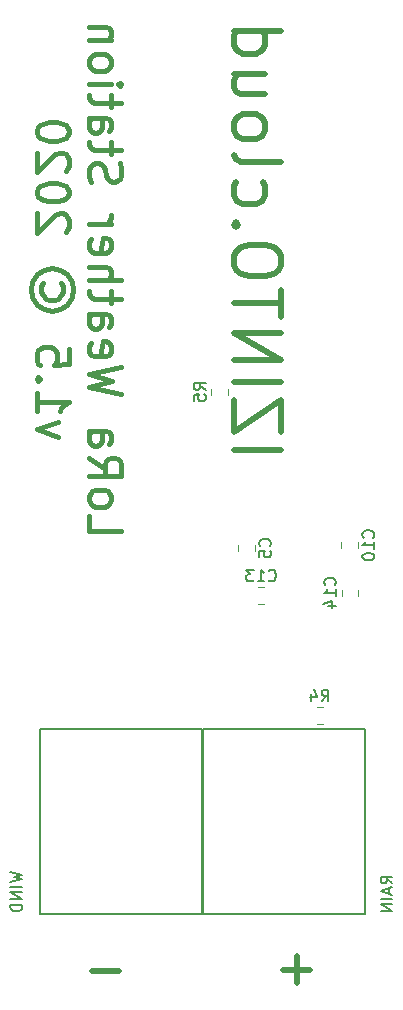
<source format=gbo>
G04 #@! TF.GenerationSoftware,KiCad,Pcbnew,5.1.6-c6e7f7d~87~ubuntu20.04.1*
G04 #@! TF.CreationDate,2020-07-20T11:44:09+02:00*
G04 #@! TF.ProjectId,weerstasie,77656572-7374-4617-9369-652e6b696361,rev?*
G04 #@! TF.SameCoordinates,Original*
G04 #@! TF.FileFunction,Legend,Bot*
G04 #@! TF.FilePolarity,Positive*
%FSLAX46Y46*%
G04 Gerber Fmt 4.6, Leading zero omitted, Abs format (unit mm)*
G04 Created by KiCad (PCBNEW 5.1.6-c6e7f7d~87~ubuntu20.04.1) date 2020-07-20 11:44:09*
%MOMM*%
%LPD*%
G01*
G04 APERTURE LIST*
%ADD10C,0.150000*%
%ADD11C,0.400000*%
%ADD12C,0.500000*%
%ADD13C,0.120000*%
%ADD14C,0.203200*%
G04 APERTURE END LIST*
D10*
X133599180Y-120632647D02*
X133122990Y-120299314D01*
X133599180Y-120061219D02*
X132599180Y-120061219D01*
X132599180Y-120442171D01*
X132646800Y-120537409D01*
X132694419Y-120585028D01*
X132789657Y-120632647D01*
X132932514Y-120632647D01*
X133027752Y-120585028D01*
X133075371Y-120537409D01*
X133122990Y-120442171D01*
X133122990Y-120061219D01*
X133313466Y-121013600D02*
X133313466Y-121489790D01*
X133599180Y-120918361D02*
X132599180Y-121251695D01*
X133599180Y-121585028D01*
X133599180Y-121918361D02*
X132599180Y-121918361D01*
X133599180Y-122394552D02*
X132599180Y-122394552D01*
X133599180Y-122965980D01*
X132599180Y-122965980D01*
X101255580Y-119670723D02*
X102255580Y-119908819D01*
X101541295Y-120099295D01*
X102255580Y-120289771D01*
X101255580Y-120527866D01*
X102255580Y-120908819D02*
X101255580Y-120908819D01*
X102255580Y-121385009D02*
X101255580Y-121385009D01*
X102255580Y-121956438D01*
X101255580Y-121956438D01*
X102255580Y-122432628D02*
X101255580Y-122432628D01*
X101255580Y-122670723D01*
X101303200Y-122813580D01*
X101398438Y-122908819D01*
X101493676Y-122956438D01*
X101684152Y-123004057D01*
X101827009Y-123004057D01*
X102017485Y-122956438D01*
X102112723Y-122908819D01*
X102207961Y-122813580D01*
X102255580Y-122670723D01*
X102255580Y-122432628D01*
D11*
X107937571Y-89500742D02*
X107937571Y-90786457D01*
X110637571Y-90786457D01*
X107937571Y-88215028D02*
X108066142Y-88472171D01*
X108194714Y-88600742D01*
X108451857Y-88729314D01*
X109223285Y-88729314D01*
X109480428Y-88600742D01*
X109609000Y-88472171D01*
X109737571Y-88215028D01*
X109737571Y-87829314D01*
X109609000Y-87572171D01*
X109480428Y-87443600D01*
X109223285Y-87315028D01*
X108451857Y-87315028D01*
X108194714Y-87443600D01*
X108066142Y-87572171D01*
X107937571Y-87829314D01*
X107937571Y-88215028D01*
X107937571Y-84615028D02*
X109223285Y-85515028D01*
X107937571Y-86157885D02*
X110637571Y-86157885D01*
X110637571Y-85129314D01*
X110509000Y-84872171D01*
X110380428Y-84743600D01*
X110123285Y-84615028D01*
X109737571Y-84615028D01*
X109480428Y-84743600D01*
X109351857Y-84872171D01*
X109223285Y-85129314D01*
X109223285Y-86157885D01*
X107937571Y-82300742D02*
X109351857Y-82300742D01*
X109609000Y-82429314D01*
X109737571Y-82686457D01*
X109737571Y-83200742D01*
X109609000Y-83457885D01*
X108066142Y-82300742D02*
X107937571Y-82557885D01*
X107937571Y-83200742D01*
X108066142Y-83457885D01*
X108323285Y-83586457D01*
X108580428Y-83586457D01*
X108837571Y-83457885D01*
X108966142Y-83200742D01*
X108966142Y-82557885D01*
X109094714Y-82300742D01*
X110637571Y-79215028D02*
X107937571Y-78572171D01*
X109866142Y-78057885D01*
X107937571Y-77543600D01*
X110637571Y-76900742D01*
X108066142Y-74843600D02*
X107937571Y-75100742D01*
X107937571Y-75615028D01*
X108066142Y-75872171D01*
X108323285Y-76000742D01*
X109351857Y-76000742D01*
X109609000Y-75872171D01*
X109737571Y-75615028D01*
X109737571Y-75100742D01*
X109609000Y-74843600D01*
X109351857Y-74715028D01*
X109094714Y-74715028D01*
X108837571Y-76000742D01*
X107937571Y-72400742D02*
X109351857Y-72400742D01*
X109609000Y-72529314D01*
X109737571Y-72786457D01*
X109737571Y-73300742D01*
X109609000Y-73557885D01*
X108066142Y-72400742D02*
X107937571Y-72657885D01*
X107937571Y-73300742D01*
X108066142Y-73557885D01*
X108323285Y-73686457D01*
X108580428Y-73686457D01*
X108837571Y-73557885D01*
X108966142Y-73300742D01*
X108966142Y-72657885D01*
X109094714Y-72400742D01*
X109737571Y-71500742D02*
X109737571Y-70472171D01*
X110637571Y-71115028D02*
X108323285Y-71115028D01*
X108066142Y-70986457D01*
X107937571Y-70729314D01*
X107937571Y-70472171D01*
X107937571Y-69572171D02*
X110637571Y-69572171D01*
X107937571Y-68415028D02*
X109351857Y-68415028D01*
X109609000Y-68543600D01*
X109737571Y-68800742D01*
X109737571Y-69186457D01*
X109609000Y-69443600D01*
X109480428Y-69572171D01*
X108066142Y-66100742D02*
X107937571Y-66357885D01*
X107937571Y-66872171D01*
X108066142Y-67129314D01*
X108323285Y-67257885D01*
X109351857Y-67257885D01*
X109609000Y-67129314D01*
X109737571Y-66872171D01*
X109737571Y-66357885D01*
X109609000Y-66100742D01*
X109351857Y-65972171D01*
X109094714Y-65972171D01*
X108837571Y-67257885D01*
X107937571Y-64815028D02*
X109737571Y-64815028D01*
X109223285Y-64815028D02*
X109480428Y-64686457D01*
X109609000Y-64557885D01*
X109737571Y-64300742D01*
X109737571Y-64043600D01*
X108066142Y-61215028D02*
X107937571Y-60829314D01*
X107937571Y-60186457D01*
X108066142Y-59929314D01*
X108194714Y-59800742D01*
X108451857Y-59672171D01*
X108709000Y-59672171D01*
X108966142Y-59800742D01*
X109094714Y-59929314D01*
X109223285Y-60186457D01*
X109351857Y-60700742D01*
X109480428Y-60957885D01*
X109609000Y-61086457D01*
X109866142Y-61215028D01*
X110123285Y-61215028D01*
X110380428Y-61086457D01*
X110509000Y-60957885D01*
X110637571Y-60700742D01*
X110637571Y-60057885D01*
X110509000Y-59672171D01*
X109737571Y-58900742D02*
X109737571Y-57872171D01*
X110637571Y-58515028D02*
X108323285Y-58515028D01*
X108066142Y-58386457D01*
X107937571Y-58129314D01*
X107937571Y-57872171D01*
X107937571Y-55815028D02*
X109351857Y-55815028D01*
X109609000Y-55943600D01*
X109737571Y-56200742D01*
X109737571Y-56715028D01*
X109609000Y-56972171D01*
X108066142Y-55815028D02*
X107937571Y-56072171D01*
X107937571Y-56715028D01*
X108066142Y-56972171D01*
X108323285Y-57100742D01*
X108580428Y-57100742D01*
X108837571Y-56972171D01*
X108966142Y-56715028D01*
X108966142Y-56072171D01*
X109094714Y-55815028D01*
X109737571Y-54915028D02*
X109737571Y-53886457D01*
X110637571Y-54529314D02*
X108323285Y-54529314D01*
X108066142Y-54400742D01*
X107937571Y-54143600D01*
X107937571Y-53886457D01*
X107937571Y-52986457D02*
X109737571Y-52986457D01*
X110637571Y-52986457D02*
X110509000Y-53115028D01*
X110380428Y-52986457D01*
X110509000Y-52857885D01*
X110637571Y-52986457D01*
X110380428Y-52986457D01*
X107937571Y-51315028D02*
X108066142Y-51572171D01*
X108194714Y-51700742D01*
X108451857Y-51829314D01*
X109223285Y-51829314D01*
X109480428Y-51700742D01*
X109609000Y-51572171D01*
X109737571Y-51315028D01*
X109737571Y-50929314D01*
X109609000Y-50672171D01*
X109480428Y-50543600D01*
X109223285Y-50415028D01*
X108451857Y-50415028D01*
X108194714Y-50543600D01*
X108066142Y-50672171D01*
X107937571Y-50929314D01*
X107937571Y-51315028D01*
X109737571Y-49257885D02*
X107937571Y-49257885D01*
X109480428Y-49257885D02*
X109609000Y-49129314D01*
X109737571Y-48872171D01*
X109737571Y-48486457D01*
X109609000Y-48229314D01*
X109351857Y-48100742D01*
X107937571Y-48100742D01*
X105287571Y-82815028D02*
X103487571Y-82172171D01*
X105287571Y-81529314D01*
X103487571Y-79086457D02*
X103487571Y-80629314D01*
X103487571Y-79857885D02*
X106187571Y-79857885D01*
X105801857Y-80115028D01*
X105544714Y-80372171D01*
X105416142Y-80629314D01*
X103744714Y-77929314D02*
X103616142Y-77800742D01*
X103487571Y-77929314D01*
X103616142Y-78057885D01*
X103744714Y-77929314D01*
X103487571Y-77929314D01*
X106187571Y-75357885D02*
X106187571Y-76643600D01*
X104901857Y-76772171D01*
X105030428Y-76643600D01*
X105159000Y-76386457D01*
X105159000Y-75743600D01*
X105030428Y-75486457D01*
X104901857Y-75357885D01*
X104644714Y-75229314D01*
X104001857Y-75229314D01*
X103744714Y-75357885D01*
X103616142Y-75486457D01*
X103487571Y-75743600D01*
X103487571Y-76386457D01*
X103616142Y-76643600D01*
X103744714Y-76772171D01*
X105544714Y-69829314D02*
X105673285Y-70086457D01*
X105673285Y-70600742D01*
X105544714Y-70857885D01*
X105287571Y-71115028D01*
X105030428Y-71243600D01*
X104516142Y-71243600D01*
X104259000Y-71115028D01*
X104001857Y-70857885D01*
X103873285Y-70600742D01*
X103873285Y-70086457D01*
X104001857Y-69829314D01*
X106573285Y-70343600D02*
X106444714Y-70986457D01*
X106059000Y-71629314D01*
X105416142Y-72015028D01*
X104773285Y-72143600D01*
X104130428Y-72015028D01*
X103487571Y-71629314D01*
X103101857Y-70986457D01*
X102973285Y-70343600D01*
X103101857Y-69700742D01*
X103487571Y-69057885D01*
X104130428Y-68672171D01*
X104773285Y-68543600D01*
X105416142Y-68672171D01*
X106059000Y-69057885D01*
X106444714Y-69700742D01*
X106573285Y-70343600D01*
X105930428Y-65457885D02*
X106059000Y-65329314D01*
X106187571Y-65072171D01*
X106187571Y-64429314D01*
X106059000Y-64172171D01*
X105930428Y-64043600D01*
X105673285Y-63915028D01*
X105416142Y-63915028D01*
X105030428Y-64043600D01*
X103487571Y-65586457D01*
X103487571Y-63915028D01*
X106187571Y-62243600D02*
X106187571Y-61986457D01*
X106059000Y-61729314D01*
X105930428Y-61600742D01*
X105673285Y-61472171D01*
X105159000Y-61343600D01*
X104516142Y-61343600D01*
X104001857Y-61472171D01*
X103744714Y-61600742D01*
X103616142Y-61729314D01*
X103487571Y-61986457D01*
X103487571Y-62243600D01*
X103616142Y-62500742D01*
X103744714Y-62629314D01*
X104001857Y-62757885D01*
X104516142Y-62886457D01*
X105159000Y-62886457D01*
X105673285Y-62757885D01*
X105930428Y-62629314D01*
X106059000Y-62500742D01*
X106187571Y-62243600D01*
X105930428Y-60315028D02*
X106059000Y-60186457D01*
X106187571Y-59929314D01*
X106187571Y-59286457D01*
X106059000Y-59029314D01*
X105930428Y-58900742D01*
X105673285Y-58772171D01*
X105416142Y-58772171D01*
X105030428Y-58900742D01*
X103487571Y-60443600D01*
X103487571Y-58772171D01*
X106187571Y-57100742D02*
X106187571Y-56843600D01*
X106059000Y-56586457D01*
X105930428Y-56457885D01*
X105673285Y-56329314D01*
X105159000Y-56200742D01*
X104516142Y-56200742D01*
X104001857Y-56329314D01*
X103744714Y-56457885D01*
X103616142Y-56586457D01*
X103487571Y-56843600D01*
X103487571Y-57100742D01*
X103616142Y-57357885D01*
X103744714Y-57486457D01*
X104001857Y-57615028D01*
X104516142Y-57743600D01*
X105159000Y-57743600D01*
X105673285Y-57615028D01*
X105930428Y-57486457D01*
X106059000Y-57357885D01*
X106187571Y-57100742D01*
D12*
X120161276Y-83906685D02*
X124161276Y-83906685D01*
X124161276Y-82382876D02*
X124161276Y-79716209D01*
X120161276Y-82382876D01*
X120161276Y-79716209D01*
X120161276Y-78192400D02*
X124161276Y-78192400D01*
X120161276Y-76287638D02*
X124161276Y-76287638D01*
X120161276Y-74001923D01*
X124161276Y-74001923D01*
X124161276Y-72668590D02*
X124161276Y-70382876D01*
X120161276Y-71525733D02*
X124161276Y-71525733D01*
X124161276Y-68287638D02*
X124161276Y-67525733D01*
X123970800Y-67144780D01*
X123589847Y-66763828D01*
X122827942Y-66573352D01*
X121494609Y-66573352D01*
X120732704Y-66763828D01*
X120351752Y-67144780D01*
X120161276Y-67525733D01*
X120161276Y-68287638D01*
X120351752Y-68668590D01*
X120732704Y-69049542D01*
X121494609Y-69240019D01*
X122827942Y-69240019D01*
X123589847Y-69049542D01*
X123970800Y-68668590D01*
X124161276Y-68287638D01*
X120542228Y-64859066D02*
X120351752Y-64668590D01*
X120161276Y-64859066D01*
X120351752Y-65049542D01*
X120542228Y-64859066D01*
X120161276Y-64859066D01*
X120351752Y-61240019D02*
X120161276Y-61620971D01*
X120161276Y-62382876D01*
X120351752Y-62763828D01*
X120542228Y-62954304D01*
X120923180Y-63144780D01*
X122066038Y-63144780D01*
X122446990Y-62954304D01*
X122637466Y-62763828D01*
X122827942Y-62382876D01*
X122827942Y-61620971D01*
X122637466Y-61240019D01*
X120161276Y-58954304D02*
X120351752Y-59335257D01*
X120732704Y-59525733D01*
X124161276Y-59525733D01*
X120161276Y-56859066D02*
X120351752Y-57240019D01*
X120542228Y-57430495D01*
X120923180Y-57620971D01*
X122066038Y-57620971D01*
X122446990Y-57430495D01*
X122637466Y-57240019D01*
X122827942Y-56859066D01*
X122827942Y-56287638D01*
X122637466Y-55906685D01*
X122446990Y-55716209D01*
X122066038Y-55525733D01*
X120923180Y-55525733D01*
X120542228Y-55716209D01*
X120351752Y-55906685D01*
X120161276Y-56287638D01*
X120161276Y-56859066D01*
X122827942Y-52097161D02*
X120161276Y-52097161D01*
X122827942Y-53811447D02*
X120732704Y-53811447D01*
X120351752Y-53620971D01*
X120161276Y-53240019D01*
X120161276Y-52668590D01*
X120351752Y-52287638D01*
X120542228Y-52097161D01*
X120161276Y-48478114D02*
X124161276Y-48478114D01*
X120351752Y-48478114D02*
X120161276Y-48859066D01*
X120161276Y-49620971D01*
X120351752Y-50001923D01*
X120542228Y-50192400D01*
X120923180Y-50382876D01*
X122066038Y-50382876D01*
X122446990Y-50192400D01*
X122637466Y-50001923D01*
X122827942Y-49620971D01*
X122827942Y-48859066D01*
X122637466Y-48478114D01*
X124333142Y-127925485D02*
X126618857Y-127925485D01*
X125476000Y-129068342D02*
X125476000Y-126782628D01*
X108178742Y-128027085D02*
X110464457Y-128027085D01*
D13*
X127688078Y-107136000D02*
X127170922Y-107136000D01*
X127688078Y-105716000D02*
X127170922Y-105716000D01*
X119683600Y-78758522D02*
X119683600Y-79275678D01*
X118263600Y-78758522D02*
X118263600Y-79275678D01*
X121918800Y-92511378D02*
X121918800Y-91994222D01*
X120498800Y-92511378D02*
X120498800Y-91994222D01*
X129236400Y-92257378D02*
X129236400Y-91740222D01*
X130656400Y-92257378D02*
X130656400Y-91740222D01*
X122737378Y-95556000D02*
X122220222Y-95556000D01*
X122737378Y-96976000D02*
X122220222Y-96976000D01*
X130707200Y-95753422D02*
X130707200Y-96270578D01*
X129287200Y-95753422D02*
X129287200Y-96270578D01*
D14*
X117458000Y-123207000D02*
X117458000Y-107586000D01*
X117458000Y-107586000D02*
X103742000Y-107586000D01*
X103742000Y-107586000D02*
X103742000Y-123207000D01*
X117458000Y-123207000D02*
X103742000Y-123207000D01*
X131258000Y-123207000D02*
X117542000Y-123207000D01*
X117542000Y-107586000D02*
X117542000Y-123207000D01*
X131258000Y-107586000D02*
X117542000Y-107586000D01*
X131258000Y-123207000D02*
X131258000Y-107586000D01*
D10*
X127596166Y-105228380D02*
X127929500Y-104752190D01*
X128167595Y-105228380D02*
X128167595Y-104228380D01*
X127786642Y-104228380D01*
X127691404Y-104276000D01*
X127643785Y-104323619D01*
X127596166Y-104418857D01*
X127596166Y-104561714D01*
X127643785Y-104656952D01*
X127691404Y-104704571D01*
X127786642Y-104752190D01*
X128167595Y-104752190D01*
X126739023Y-104561714D02*
X126739023Y-105228380D01*
X126977119Y-104180761D02*
X127215214Y-104895047D01*
X126596166Y-104895047D01*
X117775980Y-78850433D02*
X117299790Y-78517100D01*
X117775980Y-78279004D02*
X116775980Y-78279004D01*
X116775980Y-78659957D01*
X116823600Y-78755195D01*
X116871219Y-78802814D01*
X116966457Y-78850433D01*
X117109314Y-78850433D01*
X117204552Y-78802814D01*
X117252171Y-78755195D01*
X117299790Y-78659957D01*
X117299790Y-78279004D01*
X116775980Y-79755195D02*
X116775980Y-79279004D01*
X117252171Y-79231385D01*
X117204552Y-79279004D01*
X117156933Y-79374242D01*
X117156933Y-79612338D01*
X117204552Y-79707576D01*
X117252171Y-79755195D01*
X117347409Y-79802814D01*
X117585504Y-79802814D01*
X117680742Y-79755195D01*
X117728361Y-79707576D01*
X117775980Y-79612338D01*
X117775980Y-79374242D01*
X117728361Y-79279004D01*
X117680742Y-79231385D01*
X123215942Y-92086133D02*
X123263561Y-92038514D01*
X123311180Y-91895657D01*
X123311180Y-91800419D01*
X123263561Y-91657561D01*
X123168323Y-91562323D01*
X123073085Y-91514704D01*
X122882609Y-91467085D01*
X122739752Y-91467085D01*
X122549276Y-91514704D01*
X122454038Y-91562323D01*
X122358800Y-91657561D01*
X122311180Y-91800419D01*
X122311180Y-91895657D01*
X122358800Y-92038514D01*
X122406419Y-92086133D01*
X122311180Y-92990895D02*
X122311180Y-92514704D01*
X122787371Y-92467085D01*
X122739752Y-92514704D01*
X122692133Y-92609942D01*
X122692133Y-92848038D01*
X122739752Y-92943276D01*
X122787371Y-92990895D01*
X122882609Y-93038514D01*
X123120704Y-93038514D01*
X123215942Y-92990895D01*
X123263561Y-92943276D01*
X123311180Y-92848038D01*
X123311180Y-92609942D01*
X123263561Y-92514704D01*
X123215942Y-92467085D01*
X131953542Y-91355942D02*
X132001161Y-91308323D01*
X132048780Y-91165466D01*
X132048780Y-91070228D01*
X132001161Y-90927371D01*
X131905923Y-90832133D01*
X131810685Y-90784514D01*
X131620209Y-90736895D01*
X131477352Y-90736895D01*
X131286876Y-90784514D01*
X131191638Y-90832133D01*
X131096400Y-90927371D01*
X131048780Y-91070228D01*
X131048780Y-91165466D01*
X131096400Y-91308323D01*
X131144019Y-91355942D01*
X132048780Y-92308323D02*
X132048780Y-91736895D01*
X132048780Y-92022609D02*
X131048780Y-92022609D01*
X131191638Y-91927371D01*
X131286876Y-91832133D01*
X131334495Y-91736895D01*
X131048780Y-92927371D02*
X131048780Y-93022609D01*
X131096400Y-93117847D01*
X131144019Y-93165466D01*
X131239257Y-93213085D01*
X131429733Y-93260704D01*
X131667828Y-93260704D01*
X131858304Y-93213085D01*
X131953542Y-93165466D01*
X132001161Y-93117847D01*
X132048780Y-93022609D01*
X132048780Y-92927371D01*
X132001161Y-92832133D01*
X131953542Y-92784514D01*
X131858304Y-92736895D01*
X131667828Y-92689276D01*
X131429733Y-92689276D01*
X131239257Y-92736895D01*
X131144019Y-92784514D01*
X131096400Y-92832133D01*
X131048780Y-92927371D01*
X123121657Y-94973142D02*
X123169276Y-95020761D01*
X123312133Y-95068380D01*
X123407371Y-95068380D01*
X123550228Y-95020761D01*
X123645466Y-94925523D01*
X123693085Y-94830285D01*
X123740704Y-94639809D01*
X123740704Y-94496952D01*
X123693085Y-94306476D01*
X123645466Y-94211238D01*
X123550228Y-94116000D01*
X123407371Y-94068380D01*
X123312133Y-94068380D01*
X123169276Y-94116000D01*
X123121657Y-94163619D01*
X122169276Y-95068380D02*
X122740704Y-95068380D01*
X122454990Y-95068380D02*
X122454990Y-94068380D01*
X122550228Y-94211238D01*
X122645466Y-94306476D01*
X122740704Y-94354095D01*
X121835942Y-94068380D02*
X121216895Y-94068380D01*
X121550228Y-94449333D01*
X121407371Y-94449333D01*
X121312133Y-94496952D01*
X121264514Y-94544571D01*
X121216895Y-94639809D01*
X121216895Y-94877904D01*
X121264514Y-94973142D01*
X121312133Y-95020761D01*
X121407371Y-95068380D01*
X121693085Y-95068380D01*
X121788323Y-95020761D01*
X121835942Y-94973142D01*
X128704342Y-95369142D02*
X128751961Y-95321523D01*
X128799580Y-95178666D01*
X128799580Y-95083428D01*
X128751961Y-94940571D01*
X128656723Y-94845333D01*
X128561485Y-94797714D01*
X128371009Y-94750095D01*
X128228152Y-94750095D01*
X128037676Y-94797714D01*
X127942438Y-94845333D01*
X127847200Y-94940571D01*
X127799580Y-95083428D01*
X127799580Y-95178666D01*
X127847200Y-95321523D01*
X127894819Y-95369142D01*
X128799580Y-96321523D02*
X128799580Y-95750095D01*
X128799580Y-96035809D02*
X127799580Y-96035809D01*
X127942438Y-95940571D01*
X128037676Y-95845333D01*
X128085295Y-95750095D01*
X128132914Y-97178666D02*
X128799580Y-97178666D01*
X127751961Y-96940571D02*
X128466247Y-96702476D01*
X128466247Y-97321523D01*
M02*

</source>
